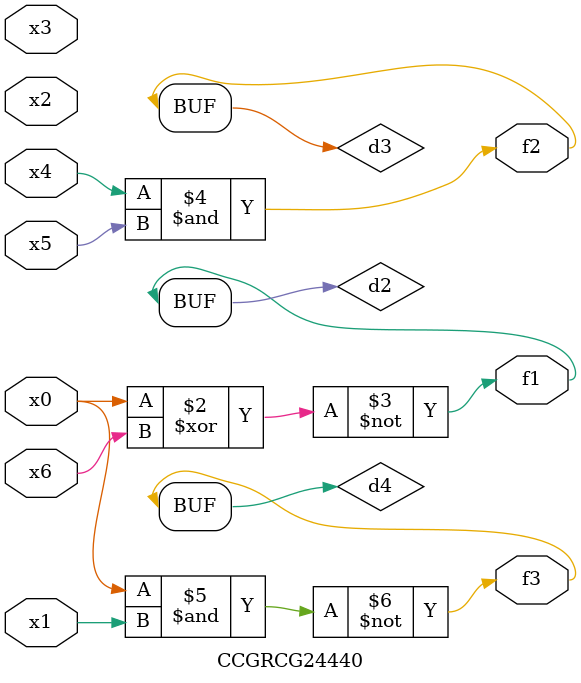
<source format=v>
module CCGRCG24440(
	input x0, x1, x2, x3, x4, x5, x6,
	output f1, f2, f3
);

	wire d1, d2, d3, d4;

	nor (d1, x0);
	xnor (d2, x0, x6);
	and (d3, x4, x5);
	nand (d4, x0, x1);
	assign f1 = d2;
	assign f2 = d3;
	assign f3 = d4;
endmodule

</source>
